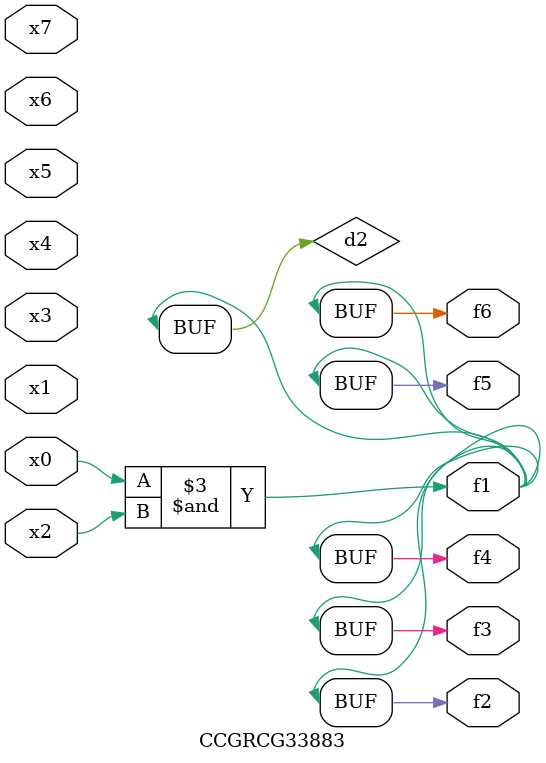
<source format=v>
module CCGRCG33883(
	input x0, x1, x2, x3, x4, x5, x6, x7,
	output f1, f2, f3, f4, f5, f6
);

	wire d1, d2;

	nor (d1, x3, x6);
	and (d2, x0, x2);
	assign f1 = d2;
	assign f2 = d2;
	assign f3 = d2;
	assign f4 = d2;
	assign f5 = d2;
	assign f6 = d2;
endmodule

</source>
